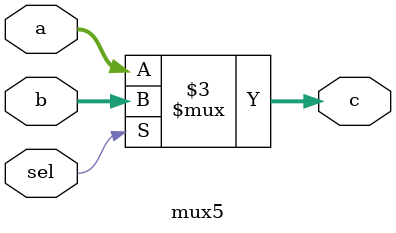
<source format=v>

module mips(input          clk, reset,
            output [31:0] pc,
            input   [31:0] instr,
            output  memwrite,
            output [31:0] aluout, writedata,
            input   [31:0] readdata);

  wire        memtoreg, branch,
               pcsrc, zero,
               alusrc, regdst, regwrite, jump;
  wire [2:0]  alucontrol;



 controller c(instr[31:26], instr[5:0], zero,
               memtoreg, memwrite, pcsrc,
               alusrc, regdst, regwrite, jump,
               alucontrol);
  datapath dp(clk, reset, memtoreg, pcsrc,
              alusrc, regdst, regwrite, jump,
              alucontrol,
              zero, pc, instr,
              aluout, writedata, readdata);

endmodule


// Todo: Implement controller module
module controller(input   [5:0] op, funct,
                  input         zero,
                  output        memtoreg, memwrite,
                  output        pcsrc, alusrc,
                  output        regdst, regwrite,
                  output        jump,
                  output  [2:0] alucontrol);

// **PUT YOUR CODE HERE**
 wire [1:0] aluop;
 //divide decoder to two parts and use aluop to connect them
 MainDecoder md(op[5:0],zero,aluop[1:0],
	              memtoreg,memwrite,pcsrc,
	               regdst,regwrite,alusrc,jump);
 ALUDecoder ad(aluop[1:0],funct[5:0],alucontrol[2:0]); 
endmodule

module MainDecoder(input  [5:0] op,
	 	     input zero,
		     output reg [1:0] aluop,
		     output reg memtoreg,memwrite,
		     output pcsrc,
		     output reg regdst,
	                     output reg regwrite,alusrc,
		     output reg jump);
 reg branch,branchne; //branchne is 1 when bne
 always @* begin
	case(op[5:0])
	 6'b000000 : begin
		regwrite <= 1;
		regdst <= 1;
		alusrc   <= 0;
		branch <= 0;
		memwrite <= 0;
		memtoreg <= 0;
		aluop <= 2'b10;
		jump <= 0;
		branchne <= 0;
		end
	6'b100011:begin
		regwrite <= 1;
		regdst <= 0;
		alusrc   <= 1;
		branch <= 0;
		memwrite <= 0;
		memtoreg <= 1;
		aluop <= 2'b00;
		jump <= 0;
		branchne <= 0;
		end
	6'b101011:begin
		regwrite <= 0;
		regdst <= 1'bx;
		alusrc   <= 1;
		branch <= 0;
		memwrite <= 1;
		memtoreg <= 1'bx;
		aluop <= 2'b00;
		jump <= 0;
		branchne <= 0;
		end
	6'b000100:begin
		regwrite <= 0;
		regdst <= 1'bx;
		alusrc   <= 0;
		branch <= 1;
		memwrite <= 0;
		memtoreg <= 1'bx;
		aluop <= 2'b01;
		jump <= 0;
		branchne <= 0;
		end
	6'b001000:begin
		regwrite <= 1;
		regdst <= 0;
		alusrc   <= 1;
		branch <= 0;
		memwrite <= 0;
		memtoreg <= 0;
		aluop <= 2'b00;
		jump <= 0;
		branchne <= 0;
		end
	6'b000010:begin
		regwrite <= 0;
		regdst <= 1'bx;
		alusrc   <= 1'bx;
		branch <= 1'bx;
		memwrite <= 0;
		memtoreg <= 1'bx;
		aluop <= 2'bxx;
		jump <= 1;
		branchne <= 1'bx;
		end
	6'b001101:begin
		regwrite <= 1;
		regdst <= 0;
		alusrc   <= 1;
		branch <= 0;
		memwrite <= 0;
		memtoreg <= 0;
		aluop <= 2'b11;
		jump <= 0;
		branchne <= 0;
		end
	6'b000101:begin
		regwrite <= 0;
		regdst <= 1'bx;
		alusrc   <= 0;
		branch <= 1;
		memwrite <= 0;
		memtoreg <= 1'bx;
		aluop <= 2'b01;
		jump <= 0;
		branchne <= 1;
		end	
	endcase
	end
 assign pcsrc = (branch & zero) | (branchne & (~zero));
endmodule

module 	ALUDecoder(input [1:0] aluop,
		     input [5:0] funct,
		     output reg[2:0] alucontrol);
	always @* begin
	case (aluop[1:0])
	2'b00:alucontrol <= 3'b010;
	2'b01:alucontrol <= 3'b110;
	2'b10:begin
		case (funct[5:0])
		6'b100000 : alucontrol <= 3'b010;
		6'b100010 : alucontrol <= 3'b110;
		6'b100100 : alucontrol <= 3'b000;
		6'b100101 : alucontrol <= 3'b001;
		6'b101010 : alucontrol <= 3'b111;
		default : alucontrol <= 3'b000;
		endcase
	          end
	2'b11:alucontrol <= 3'b001;   // now we give 11 meaning for ori
	endcase
	end
endmodule		
// Todo: Implement datapath
module datapath(input          clk, reset,
                input          memtoreg, pcsrc,
                input          alusrc, regdst,
                input          regwrite, jump,
                input   [2:0]  alucontrol,
                output         zero,
                output [31:0] pc,
                input   [31:0] instr,
                output  [31:0] aluout, writedata,
                input   [31:0] readdata);

// all the modules and their connection according to the figure, for convenience we label each part on the figure.
wire [31:0] immext,srcA,srcB,wd3,pcplus,pcoutb,mux1out,mux2out,pcins;                
wire [4:0] a3;
ALU alu(srcA,srcB,alucontrol[2:0],aluout,zero);
mux5 mux5(aluout,readdata,memtoreg,wd3);              
extend se(instr[31:26],instr[15:0],immext[31:0]);
registerfile refile(clk,instr [25:21],instr [20:16],a3,wd3,regwrite,srcA,writedata);
pcbranch pcb(immext,pcplus,pcoutb);
pcplus4 pcp4(pc,pcplus);
mux1 mux1(pcplus,pcoutb,pcsrc,mux1out);
mux2 mux2 (mux1out,pcplus[31:28],instr[25:0],jump,mux2out);
mux3 mux3(instr[20:16],instr[15:11],regdst,a3);
mux4 mux4(writedata,immext,alusrc,srcB);
pcinstr pci(reset,mux2out,clk,pc);

endmodule
//this is the extend part
module extend(input [5:0] op,
		input [15:0] instr,
		output reg [31:0] immext);
always @* begin
if (op == 6'b001101) begin
		immext[31:16] <= 16'h0000;
		immext[15:0] <= instr;
		end    // for ori we just need to zero extend
else  begin  
         case (instr[15])
	1'b1:begin
		immext[31:16] <= 16'hFFFF;
		immext[15:0] <= instr;
	         end
	1'b0:begin
		immext[31:16] <= 16'h0000;
		immext[15:0] <= instr;
	        end
	endcase
	end 
end

endmodule


module registerfile(input clk,
		input [4:0] A1,A2,A3,
		input [31:0] WD3,
		input WE3,
		output reg[31:0]  RD1,RD2);
reg [31:0] regfile [31:0];
initial begin
regfile[0] = 0;
end
always @ * begin
RD1 <= regfile [A1];
RD2 <= regfile [A2];
end

always @ (posedge clk) begin
 if  (WE3 == 1'b1)
	regfile[A3] <= WD3;
end

endmodule

module pcinstr(input reset,
                          input [31:0] pcin,
	          input clk,
	          output reg [31:0] pcout);
always @(posedge clk) begin
pcout <= pcin;
//end
//always @* begin
if (reset == 1'b1) begin
	pcout <= 32'h00000000;

end
end
endmodule

module pcbranch(  input [31:0] immext,pcin,
	  	output [31:0] branchout);
assign branchout = (immext << 2) + pcin;
endmodule

module pcplus4(input [31:0] pctoplus,
	           output [31:0] pcplus);
assign pcplus = pctoplus + 4;
endmodule

module mux1(input [31:0] a,b,
	       input sel,
	       output reg [31:0] c);
always @* begin
 c <= (sel == 0) ? a :b;
end
endmodule


module mux2(input [31:0] a,
	        input [3:0] b0,
	       input [25:0] b1,
	       input sel,
	       output reg [31:0] c);
wire [31:0] b;
assign b[27:0] = b1  << 2;
assign b[31:28] = b0;
always @* begin
 c <= (sel == 0) ? a :b;
end
endmodule


module mux3(input [4:0] a,b,
	       input sel,
	       output reg [4:0] c);
always @* begin
 c <= (sel == 0) ? a :b;
end
endmodule


module mux4(input [31:0] a,b,
	       input sel,
	       output reg [31:0] c);
always @* begin
 c <= (sel == 0) ? a :b;
end
endmodule


module mux5(input [31:0] a,b,
	       input sel,
	       output reg [31:0] c);
always @* begin
 c <= (sel == 0) ? a :b;
end
endmodule



	
</source>
